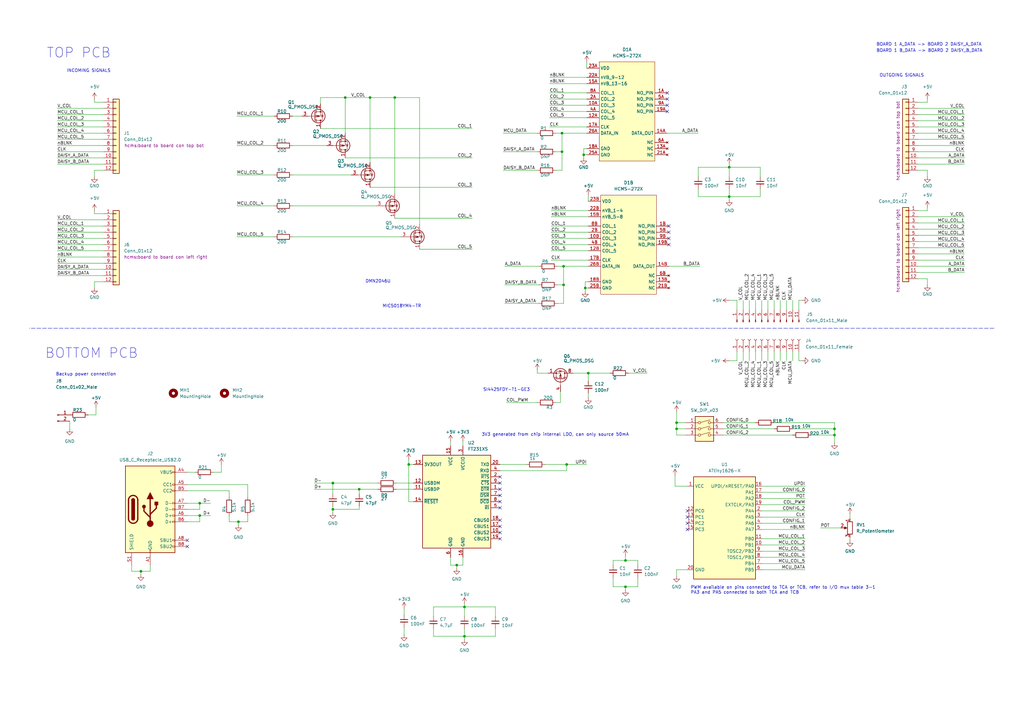
<source format=kicad_sch>
(kicad_sch (version 20211123) (generator eeschema)
  (paper "A3")
  (junction (at 231.14 116.84))
  (junction (at 241.3 153.035))
  (junction (at 231.14 109.22))
  (junction (at 147.32 200.66))
  (junction (at 57.785 234.315))
  (junction (at 256.54 229.87))
  (junction (at 277.495 173.355))
  (junction (at 232.41 190.5))
  (junction (at 240.03 118.11))
  (junction (at 190.5 260.985))
  (junction (at 256.54 240.665))
  (junction (at 299.085 80.645))
  (junction (at 342.265 178.435))
  (junction (at 187.325 231.775))
  (junction (at 141.605 40.005))
  (junction (at 230.505 62.23))
  (junction (at 136.525 208.915))
  (junction (at 342.265 175.895))
  (junction (at 167.64 190.5))
  (junction (at 81.915 211.455))
  (junction (at 277.495 175.895))
  (junction (at 230.505 54.61))
  (junction (at 299.085 68.58))
  (junction (at 161.925 40.005))
  (junction (at 97.79 213.995))
  (junction (at 151.765 40.005))
  (junction (at 239.395 63.5))
  (junction (at 190.5 248.92))
  (junction (at 136.525 198.12))
  (junction (at 81.915 206.375))
  (no_connect (at 205.105 198.12))
  (no_connect (at 281.94 217.17))
  (no_connect (at 281.94 214.63))
  (no_connect (at 205.105 213.36))
  (no_connect (at 205.105 195.58))
  (no_connect (at 205.105 203.2))
  (no_connect (at 205.105 208.28))
  (no_connect (at 274.32 100.33))
  (no_connect (at 274.32 95.25))
  (no_connect (at 274.32 92.71))
  (no_connect (at 274.32 97.79))
  (no_connect (at 273.685 45.72))
  (no_connect (at 273.685 38.1))
  (no_connect (at 273.685 43.18))
  (no_connect (at 205.105 220.98))
  (no_connect (at 205.105 200.66))
  (no_connect (at 273.685 40.64))
  (no_connect (at 281.94 209.55))
  (no_connect (at 76.835 224.155))
  (no_connect (at 76.835 221.615))
  (no_connect (at 205.105 205.74))
  (no_connect (at 205.105 215.9))
  (no_connect (at 281.94 212.09))
  (no_connect (at 205.105 218.44))
  (bus_entry (at -35.56 -45.72) (size 2.54 2.54))
  (bus_entry (at -35.56 -46.99) (size 2.54 2.54))
  (bus_entry (at -36.83 -46.355) (size 2.54 2.54))
  (bus_entry (at -38.1 -55.245) (size 2.54 2.54))
  (bus_entry (at -35.56 -48.26) (size 2.54 2.54))
  (wire (pts (xy 57.785 234.315) (xy 61.595 234.315)))
  (wire (pts (xy 261.62 236.855) (xy 261.62 240.665)))
  (wire (pts (xy 76.835 206.375) (xy 81.915 206.375)))
  (wire (pts (xy 274.32 109.22) (xy 287.02 109.22)))
  (wire (pts (xy 251.46 240.665) (xy 256.54 240.665)))
  (wire (pts (xy 225.425 45.72) (xy 240.665 45.72)))
  (wire (pts (xy 172.085 102.235) (xy 193.675 102.235)))
  (wire (pts (xy 120.015 84.455) (xy 154.305 84.455)))
  (wire (pts (xy 312.42 233.68) (xy 330.2 233.68)))
  (wire (pts (xy 169.545 205.74) (xy 167.64 205.74)))
  (wire (pts (xy 281.305 173.355) (xy 277.495 173.355)))
  (wire (pts (xy 120.015 71.755) (xy 144.145 71.755)))
  (wire (pts (xy 136.525 208.915) (xy 136.525 210.185)))
  (wire (pts (xy 225.425 52.07) (xy 240.665 52.07)))
  (wire (pts (xy 228.6 109.22) (xy 231.14 109.22)))
  (wire (pts (xy 327.66 147.955) (xy 328.93 147.955)))
  (wire (pts (xy 177.8 260.985) (xy 190.5 260.985)))
  (wire (pts (xy 190.5 248.92) (xy 190.5 252.73)))
  (wire (pts (xy 38.735 115.57) (xy 42.545 115.57)))
  (wire (pts (xy 328.93 123.19) (xy 327.66 123.19)))
  (wire (pts (xy 76.835 193.675) (xy 80.01 193.675)))
  (wire (pts (xy 225.425 38.1) (xy 240.665 38.1)))
  (wire (pts (xy 151.765 66.675) (xy 151.765 40.005)))
  (wire (pts (xy 312.42 214.63) (xy 330.2 214.63)))
  (wire (pts (xy 312.42 231.14) (xy 330.2 231.14)))
  (wire (pts (xy 93.98 211.455) (xy 93.98 213.995)))
  (wire (pts (xy 151.765 40.005) (xy 161.925 40.005)))
  (wire (pts (xy 327.66 123.19) (xy 327.66 127)))
  (wire (pts (xy 241.3 153.035) (xy 250.19 153.035)))
  (wire (pts (xy 299.085 80.645) (xy 311.785 80.645)))
  (wire (pts (xy 141.605 40.005) (xy 141.605 54.61)))
  (wire (pts (xy 226.06 86.36) (xy 241.3 86.36)))
  (wire (pts (xy 28.575 172.72) (xy 28.575 175.895)))
  (wire (pts (xy 380.365 114.3) (xy 376.555 114.3)))
  (wire (pts (xy 53.975 234.315) (xy 57.785 234.315)))
  (wire (pts (xy 184.785 228.6) (xy 184.785 231.775)))
  (wire (pts (xy 189.865 180.975) (xy 189.865 182.88)))
  (wire (pts (xy 161.925 89.535) (xy 193.675 89.535)))
  (wire (pts (xy 227.965 69.85) (xy 230.505 69.85)))
  (wire (pts (xy 296.545 178.435) (xy 325.12 178.435)))
  (wire (pts (xy 320.04 127) (xy 320.04 123.19)))
  (wire (pts (xy 165.735 249.555) (xy 165.735 252.095)))
  (wire (pts (xy 228.6 116.84) (xy 231.14 116.84)))
  (wire (pts (xy 131.445 40.005) (xy 131.445 42.545)))
  (wire (pts (xy 230.505 54.61) (xy 240.665 54.61)))
  (wire (pts (xy 190.5 260.985) (xy 190.5 262.255)))
  (wire (pts (xy 307.34 144.145) (xy 307.34 147.955)))
  (wire (pts (xy 395.605 91.44) (xy 376.555 91.44)))
  (wire (pts (xy 226.06 88.9) (xy 241.3 88.9)))
  (wire (pts (xy 302.26 147.955) (xy 299.085 147.955)))
  (wire (pts (xy 281.305 175.895) (xy 277.495 175.895)))
  (wire (pts (xy 177.8 257.81) (xy 177.8 260.985)))
  (wire (pts (xy 296.545 175.895) (xy 317.5 175.895)))
  (wire (pts (xy 23.495 59.69) (xy 42.545 59.69)))
  (wire (pts (xy 311.785 72.39) (xy 311.785 68.58)))
  (wire (pts (xy 128.905 200.66) (xy 147.32 200.66)))
  (wire (pts (xy 327.66 144.145) (xy 327.66 147.955)))
  (wire (pts (xy 120.015 47.625) (xy 123.825 47.625)))
  (wire (pts (xy 395.605 59.69) (xy 376.555 59.69)))
  (wire (pts (xy 97.79 213.995) (xy 101.6 213.995)))
  (wire (pts (xy 23.495 95.25) (xy 42.545 95.25)))
  (wire (pts (xy 277.495 173.355) (xy 277.495 168.91)))
  (wire (pts (xy 184.785 180.975) (xy 184.785 182.88)))
  (wire (pts (xy 241.3 153.035) (xy 234.95 153.035)))
  (wire (pts (xy 395.605 52.07) (xy 376.555 52.07)))
  (wire (pts (xy 207.01 116.84) (xy 220.98 116.84)))
  (wire (pts (xy 281.305 178.435) (xy 277.495 178.435)))
  (wire (pts (xy 395.605 99.06) (xy 376.555 99.06)))
  (wire (pts (xy 81.915 206.375) (xy 86.36 206.375)))
  (wire (pts (xy 220.345 153.035) (xy 224.79 153.035)))
  (wire (pts (xy 76.835 211.455) (xy 81.915 211.455)))
  (wire (pts (xy 342.265 175.895) (xy 342.265 178.435)))
  (wire (pts (xy 276.86 199.39) (xy 281.94 199.39)))
  (wire (pts (xy 240.03 118.11) (xy 240.03 119.38)))
  (wire (pts (xy 251.46 231.775) (xy 251.46 229.87)))
  (wire (pts (xy 23.495 64.77) (xy 42.545 64.77)))
  (wire (pts (xy 141.605 40.005) (xy 151.765 40.005)))
  (wire (pts (xy 395.605 106.68) (xy 376.555 106.68)))
  (wire (pts (xy 395.605 67.31) (xy 376.555 67.31)))
  (wire (pts (xy 230.505 62.23) (xy 230.505 54.61)))
  (wire (pts (xy 299.085 68.58) (xy 286.385 68.58)))
  (wire (pts (xy 147.32 207.645) (xy 147.32 208.915)))
  (wire (pts (xy 38.735 118.11) (xy 38.735 115.57)))
  (wire (pts (xy 147.32 200.66) (xy 154.94 200.66)))
  (wire (pts (xy 332.74 178.435) (xy 342.265 178.435)))
  (wire (pts (xy 342.265 178.435) (xy 342.265 181.61)))
  (wire (pts (xy 23.495 105.41) (xy 42.545 105.41)))
  (wire (pts (xy 220.345 151.765) (xy 220.345 153.035)))
  (wire (pts (xy 261.62 231.775) (xy 261.62 229.87)))
  (wire (pts (xy 261.62 229.87) (xy 256.54 229.87)))
  (wire (pts (xy 227.965 165.1) (xy 229.87 165.1)))
  (wire (pts (xy 97.155 71.755) (xy 112.395 71.755)))
  (wire (pts (xy 395.605 64.77) (xy 376.555 64.77)))
  (wire (pts (xy 314.96 144.145) (xy 314.96 147.955)))
  (wire (pts (xy 81.915 211.455) (xy 86.36 211.455)))
  (wire (pts (xy 81.915 211.455) (xy 81.915 213.995)))
  (wire (pts (xy 23.495 44.45) (xy 42.545 44.45)))
  (wire (pts (xy 207.01 109.22) (xy 220.98 109.22)))
  (wire (pts (xy 151.765 76.835) (xy 193.675 76.835)))
  (wire (pts (xy 395.605 96.52) (xy 376.555 96.52)))
  (wire (pts (xy 299.085 77.47) (xy 299.085 80.645)))
  (wire (pts (xy 225.425 34.29) (xy 240.665 34.29)))
  (wire (pts (xy 120.015 97.155) (xy 164.465 97.155)))
  (wire (pts (xy 312.42 207.01) (xy 330.2 207.01)))
  (wire (pts (xy 42.545 87.63) (xy 38.735 87.63)))
  (wire (pts (xy 395.605 44.45) (xy 376.555 44.45)))
  (wire (pts (xy 53.975 231.775) (xy 53.975 234.315)))
  (wire (pts (xy 23.495 113.03) (xy 42.545 113.03)))
  (wire (pts (xy 101.6 198.755) (xy 76.835 198.755)))
  (wire (pts (xy 325.12 175.895) (xy 342.265 175.895)))
  (wire (pts (xy 395.605 62.23) (xy 376.555 62.23)))
  (wire (pts (xy 395.605 101.6) (xy 376.555 101.6)))
  (wire (pts (xy 241.3 161.29) (xy 241.3 163.195)))
  (wire (pts (xy 93.98 201.295) (xy 93.98 203.835)))
  (wire (pts (xy 97.155 47.625) (xy 112.395 47.625)))
  (wire (pts (xy 309.88 144.145) (xy 309.88 147.955)))
  (wire (pts (xy 162.56 198.12) (xy 169.545 198.12)))
  (wire (pts (xy 190.5 257.81) (xy 190.5 260.985)))
  (wire (pts (xy 286.385 77.47) (xy 286.385 80.645)))
  (wire (pts (xy 228.6 124.46) (xy 231.14 124.46)))
  (wire (pts (xy 325.12 127) (xy 325.12 123.19)))
  (wire (pts (xy 231.14 109.22) (xy 241.3 109.22)))
  (wire (pts (xy 206.375 69.85) (xy 220.345 69.85)))
  (wire (pts (xy 314.96 127) (xy 314.96 123.19)))
  (wire (pts (xy 312.42 228.6) (xy 330.2 228.6)))
  (wire (pts (xy 38.735 41.91) (xy 38.735 40.64)))
  (wire (pts (xy 97.155 59.69) (xy 112.395 59.69)))
  (wire (pts (xy 231.14 116.84) (xy 231.14 109.22)))
  (wire (pts (xy 23.495 100.33) (xy 42.545 100.33)))
  (wire (pts (xy 23.495 46.99) (xy 42.545 46.99)))
  (wire (pts (xy 206.375 54.61) (xy 220.345 54.61)))
  (wire (pts (xy 256.54 227.965) (xy 256.54 229.87)))
  (wire (pts (xy 325.12 144.145) (xy 325.12 147.955)))
  (wire (pts (xy 257.81 153.035) (xy 265.43 153.035)))
  (wire (pts (xy 97.155 97.155) (xy 112.395 97.155)))
  (wire (pts (xy 190.5 247.65) (xy 190.5 248.92)))
  (wire (pts (xy 317.5 144.145) (xy 317.5 147.955)))
  (wire (pts (xy 304.8 123.19) (xy 304.8 127)))
  (wire (pts (xy 161.925 40.005) (xy 172.085 40.005)))
  (wire (pts (xy 225.425 40.64) (xy 240.665 40.64)))
  (wire (pts (xy 205.105 190.5) (xy 215.9 190.5)))
  (wire (pts (xy 93.98 213.995) (xy 97.79 213.995)))
  (wire (pts (xy 169.545 190.5) (xy 167.64 190.5)))
  (wire (pts (xy 312.42 226.06) (xy 330.2 226.06)))
  (wire (pts (xy 223.52 190.5) (xy 232.41 190.5)))
  (wire (pts (xy 226.06 106.68) (xy 241.3 106.68)))
  (wire (pts (xy 172.085 92.075) (xy 172.085 40.005)))
  (wire (pts (xy 101.6 213.995) (xy 101.6 211.455)))
  (wire (pts (xy 240.665 27.94) (xy 240.665 25.4)))
  (wire (pts (xy 23.495 54.61) (xy 42.545 54.61)))
  (wire (pts (xy 38.735 87.63) (xy 38.735 86.36)))
  (wire (pts (xy 312.42 201.93) (xy 330.2 201.93)))
  (wire (pts (xy 167.64 188.595) (xy 167.64 190.5)))
  (wire (pts (xy 162.56 200.66) (xy 169.545 200.66)))
  (wire (pts (xy 97.79 213.995) (xy 97.79 215.265)))
  (wire (pts (xy 190.5 248.92) (xy 203.2 248.92)))
  (wire (pts (xy 395.605 111.76) (xy 376.555 111.76)))
  (wire (pts (xy 227.965 54.61) (xy 230.505 54.61)))
  (wire (pts (xy 311.785 80.645) (xy 311.785 77.47)))
  (wire (pts (xy 23.495 62.23) (xy 42.545 62.23)))
  (wire (pts (xy 136.525 198.12) (xy 154.94 198.12)))
  (wire (pts (xy 299.085 80.645) (xy 299.085 81.915)))
  (wire (pts (xy 241.3 153.035) (xy 241.3 156.21)))
  (wire (pts (xy 76.835 201.295) (xy 93.98 201.295)))
  (wire (pts (xy 136.525 198.12) (xy 136.525 202.565)))
  (wire (pts (xy 226.06 92.71) (xy 241.3 92.71)))
  (wire (pts (xy 348.615 220.345) (xy 348.615 221.615)))
  (wire (pts (xy 302.26 127) (xy 302.26 123.19)))
  (wire (pts (xy 395.605 88.9) (xy 376.555 88.9)))
  (wire (pts (xy 131.445 52.705) (xy 193.675 52.705)))
  (wire (pts (xy 23.495 57.15) (xy 42.545 57.15)))
  (wire (pts (xy 225.425 31.75) (xy 240.665 31.75)))
  (wire (pts (xy 205.105 193.04) (xy 232.41 193.04)))
  (wire (pts (xy 38.735 69.85) (xy 42.545 69.85)))
  (wire (pts (xy 23.495 92.71) (xy 42.545 92.71)))
  (wire (pts (xy 226.06 97.79) (xy 241.3 97.79)))
  (wire (pts (xy 395.605 46.99) (xy 376.555 46.99)))
  (wire (pts (xy 226.06 95.25) (xy 241.3 95.25)))
  (wire (pts (xy 241.3 82.55) (xy 241.3 80.01)))
  (wire (pts (xy 147.32 200.66) (xy 147.32 202.565)))
  (wire (pts (xy 256.54 241.935) (xy 256.54 240.665)))
  (wire (pts (xy 322.58 144.145) (xy 322.58 147.955)))
  (wire (pts (xy 240.665 60.96) (xy 239.395 60.96)))
  (wire (pts (xy 23.495 97.79) (xy 42.545 97.79)))
  (wire (pts (xy 203.2 260.985) (xy 203.2 257.81)))
  (wire (pts (xy 189.865 228.6) (xy 189.865 231.775)))
  (wire (pts (xy 312.42 217.17) (xy 330.2 217.17)))
  (wire (pts (xy 395.605 57.15) (xy 376.555 57.15)))
  (wire (pts (xy 302.26 147.955) (xy 302.26 144.145)))
  (wire (pts (xy 241.3 115.57) (xy 240.03 115.57)))
  (wire (pts (xy 312.42 199.39) (xy 330.2 199.39)))
  (wire (pts (xy 322.58 127) (xy 322.58 123.19)))
  (wire (pts (xy 240.665 63.5) (xy 239.395 63.5)))
  (wire (pts (xy 131.445 40.005) (xy 141.605 40.005)))
  (wire (pts (xy 206.375 62.23) (xy 220.345 62.23)))
  (wire (pts (xy 76.835 213.995) (xy 81.915 213.995)))
  (wire (pts (xy 299.085 67.31) (xy 299.085 68.58)))
  (wire (pts (xy 81.915 206.375) (xy 81.915 208.915)))
  (polyline (pts (xy 407.67 134.62) (xy 12.065 134.62)))
  (wire (pts (xy 239.395 63.5) (xy 239.395 64.77)))
  (wire (pts (xy 87.63 193.675) (xy 90.805 193.675)))
  (wire (pts (xy 187.325 231.775) (xy 189.865 231.775)))
  (wire (pts (xy 141.605 64.77) (xy 193.675 64.77)))
  (wire (pts (xy 312.42 220.98) (xy 330.2 220.98)))
  (wire (pts (xy 240.03 115.57) (xy 240.03 118.11)))
  (wire (pts (xy 276.86 194.945) (xy 276.86 199.39)))
  (wire (pts (xy 312.42 209.55) (xy 330.2 209.55)))
  (wire (pts (xy 380.365 86.36) (xy 380.365 85.09)))
  (wire (pts (xy 307.34 127) (xy 307.34 123.19)))
  (wire (pts (xy 161.925 79.375) (xy 161.925 40.005)))
  (wire (pts (xy 312.42 223.52) (xy 330.2 223.52)))
  (wire (pts (xy 296.545 173.355) (xy 309.88 173.355)))
  (wire (pts (xy 36.195 170.18) (xy 39.37 170.18)))
  (wire (pts (xy 261.62 240.665) (xy 256.54 240.665)))
  (wire (pts (xy 395.605 109.22) (xy 376.555 109.22)))
  (wire (pts (xy 165.735 257.175) (xy 165.735 260.35)))
  (wire (pts (xy 136.525 207.645) (xy 136.525 208.915)))
  (wire (pts (xy 380.365 116.84) (xy 380.365 114.3)))
  (wire (pts (xy 312.42 127) (xy 312.42 123.19)))
  (wire (pts (xy 376.555 41.91) (xy 380.365 41.91)))
  (wire (pts (xy 23.495 102.87) (xy 42.545 102.87)))
  (wire (pts (xy 232.41 190.5) (xy 240.665 190.5)))
  (wire (pts (xy 380.365 41.91) (xy 380.365 40.64)))
  (wire (pts (xy 380.365 72.39) (xy 380.365 69.85)))
  (wire (pts (xy 61.595 234.315) (xy 61.595 231.775)))
  (wire (pts (xy 57.785 234.315) (xy 57.785 235.585)))
  (wire (pts (xy 239.395 60.96) (xy 239.395 63.5)))
  (wire (pts (xy 23.495 110.49) (xy 42.545 110.49)))
  (wire (pts (xy 226.06 100.33) (xy 241.3 100.33)))
  (wire (pts (xy 251.46 229.87) (xy 256.54 229.87)))
  (wire (pts (xy 231.14 124.46) (xy 231.14 116.84)))
  (wire (pts (xy 120.015 59.69) (xy 133.985 59.69)))
  (wire (pts (xy 190.5 248.92) (xy 177.8 248.92)))
  (wire (pts (xy 23.495 67.31) (xy 42.545 67.31)))
  (wire (pts (xy 317.5 173.355) (xy 342.265 173.355)))
  (wire (pts (xy 286.385 68.58) (xy 286.385 72.39)))
  (wire (pts (xy 277.495 236.22) (xy 277.495 233.68)))
  (wire (pts (xy 23.495 52.07) (xy 42.545 52.07)))
  (wire (pts (xy 101.6 198.755) (xy 101.6 203.835)))
  (wire (pts (xy 184.785 231.775) (xy 187.325 231.775)))
  (wire (pts (xy 312.42 212.09) (xy 330.2 212.09)))
  (wire (pts (xy 190.5 260.985) (xy 203.2 260.985)))
  (wire (pts (xy 376.555 86.36) (xy 380.365 86.36)))
  (wire (pts (xy 309.88 127) (xy 309.88 123.19)))
  (wire (pts (xy 395.605 104.14) (xy 376.555 104.14)))
  (wire (pts (xy 232.41 190.5) (xy 232.41 193.04)))
  (wire (pts (xy 167.64 190.5) (xy 167.64 205.74)))
  (wire (pts (xy 177.8 248.92) (xy 177.8 252.73)))
  (wire (pts (xy 277.495 175.895) (xy 277.495 173.355)))
  (wire (pts (xy 226.06 102.87) (xy 241.3 102.87)))
  (wire (pts (xy 227.965 62.23) (xy 230.505 62.23)))
  (wire (pts (xy 42.545 41.91) (xy 38.735 41.91)))
  (wire (pts (xy 299.085 68.58) (xy 299.085 72.39)))
  (wire (pts (xy 225.425 43.18) (xy 240.665 43.18)))
  (wire (pts (xy 312.42 204.47) (xy 330.2 204.47)))
  (wire (pts (xy 81.915 208.915) (xy 76.835 208.915)))
  (wire (pts (xy 302.26 123.19) (xy 299.085 123.19)))
  (wire (pts (xy 395.605 49.53) (xy 376.555 49.53)))
  (wire (pts (xy 128.905 198.12) (xy 136.525 198.12)))
  (wire (pts (xy 342.265 173.355) (xy 342.265 175.895)))
  (wire (pts (xy 312.42 144.145) (xy 312.42 147.955)))
  (wire (pts (xy 395.605 93.98) (xy 376.555 93.98)))
  (wire (pts (xy 299.085 68.58) (xy 311.785 68.58)))
  (wire (pts (xy 336.55 216.535) (xy 344.805 216.535)))
  (wire (pts (xy 23.495 107.95) (xy 42.545 107.95)))
  (wire (pts (xy 304.8 144.145) (xy 304.8 147.955)))
  (wire (pts (xy 320.04 144.145) (xy 320.04 147.955)))
  (wire (pts (xy 277.495 178.435) (xy 277.495 175.895)))
  (wire (pts (xy 229.87 160.655) (xy 229.87 165.1)))
  (wire (pts (xy 97.155 84.455) (xy 112.395 84.455)))
  (wire (pts (xy 23.495 90.17) (xy 42.545 90.17)))
  (wire (pts (xy 273.685 54.61) (xy 286.385 54.61)))
  (wire (pts (xy 395.605 54.61) (xy 376.555 54.61)))
  (wire (pts (xy 23.495 49.53) (xy 42.545 49.53)))
  (wire (pts (xy 348.615 210.82) (xy 348.615 212.725)))
  (wire (pts (xy 187.325 231.775) (xy 187.325 233.045)))
  (wire (pts (xy 230.505 62.23) (xy 230.505 69.85)))
  (wire (pts (xy 286.385 80.645) (xy 299.085 80.645)))
  (wire (pts (xy 251.46 236.855) (xy 251.46 240.665)))
  (wire (pts (xy 380.365 69.85) (xy 376.555 69.85)))
  (wire (pts (xy 136.525 208.915) (xy 147.32 208.915)))
  (wire (pts (xy 317.5 127) (xy 317.5 123.19)))
  (wire (pts (xy 39.37 167.005) (xy 39.37 170.18)))
  (wire (pts (xy 207.01 124.46) (xy 220.98 124.46)))
  (wire (pts (xy 38.735 72.39) (xy 38.735 69.85)))
  (wire (pts (xy 203.2 252.73) (xy 203.2 248.92)))
  (wire (pts (xy 277.495 233.68) (xy 281.94 233.68)))
  (wire (pts (xy 207.645 165.1) (xy 220.345 165.1)))
  (wire (pts (xy 241.3 118.11) (xy 240.03 118.11)))
  (wire (pts (xy 90.805 190.5) (xy 90.805 193.675)))
  (wire (pts (xy 225.425 48.26) (xy 240.665 48.26)))
  (text "BOTTOM PCB" (at 18.415 147.32 0) (effects (font (size 4 4)) (justify left bottom)))
  (text "BOARD 1 A_DATA -> BOARD 2 DAISY_A_DATA" (at 359.41 19.05 0) (effects (font (size 1.27 1.27)) (justify left bottom)))
  (text "3V3 generated from chip internal LDO, can only source 50mA" (at 197.485 179.07 0) (effects (font (size 1.27 1.27)) (justify left bottom)))
  (text "BOARD 1 B_DATA -> BOARD 2 DAISY_B_DATA" (at 359.41 21.59 0) (effects (font (size 1.27 1.27)) (justify left bottom)))
  (text "PWM available on pins connected to TCA or TCB, refer to I/O mux table 3-1\nPA3 and PA5 connected to both TCA and TCB" (at 283.21 243.84 0) (effects (font (size 1.27 1.27)) (justify left bottom)))
  (text "INCOMING SIGNALS" (at 27.305 29.845 0) (effects (font (size 1.27 1.27)) (justify left bottom)))
  (text "SI4425FDY-T1-GE3\n" (at 198.12 160.655 0) (effects (font (size 1.27 1.27)) (justify left bottom)))
  (text "Backup power connection" (at 22.86 154.305 0) (effects (font (size 1.27 1.27)) (justify left bottom)))
  (text "MIC5018YM4-TR" (at 156.845 126.365 0) (effects (font (size 1.27 1.27)) (justify left bottom)))
  (text "OUTGOING SIGNALS" (at 360.68 31.75 0) (effects (font (size 1.27 1.27)) (justify left bottom)))
  (text "DMN2046U" (at 149.86 116.205 0) (effects (font (size 1.27 1.27)) (justify left bottom)))
  (text "TOP PCB" (at 19.05 24.13 0) (effects (font (size 4 4)) (justify left bottom)))
  (label "CONFIG_1" (at 330.2 214.63 180))
  (label "V_COL" (at 304.8 123.19 90))
  (label "nBLNK" (at 395.605 104.14 180))
  (label "COL_2" (at 193.675 64.77 180))
  (label "DAISY_A_DATA" (at 206.375 62.23 0))
  (label "MCU_DATA" (at 330.2 233.68 180))
  (label "CONFIG_0" (at 330.2 201.93 180))
  (label "A_DATA" (at 207.01 109.22 0))
  (label "MCU_DATA" (at 206.375 54.61 0))
  (label "DAISY_A_DATA" (at 207.01 124.46 0))
  (label "MCU_COL_3" (at 314.96 123.19 90))
  (label "CLK" (at 226.06 106.68 0))
  (label "A_DATA" (at 286.385 54.61 180))
  (label "V_COL" (at 304.8 147.955 270))
  (label "CONFIG_2" (at 297.815 178.435 0))
  (label "CLK" (at 395.605 106.68 180))
  (label "V_COL" (at 149.86 40.005 180))
  (label "DAISY_B_DATA" (at 23.495 67.31 0))
  (label "MCU_COL_4" (at 309.88 123.19 90))
  (label "UPDI" (at 240.665 190.5 180))
  (label "V_COL" (at 23.495 44.45 0))
  (label "COL_PWM" (at 207.645 165.1 0))
  (label "MCU_COL_5" (at 395.605 57.15 180))
  (label "COL_3" (at 225.425 43.18 0))
  (label "MCU_COL_2" (at 23.495 95.25 0))
  (label "A_DATA" (at 395.605 109.22 180))
  (label "MCU_COL_3" (at 395.605 52.07 180))
  (label "MCU_COL_2" (at 23.495 49.53 0))
  (label "MCU_COL_3" (at 330.2 226.06 180))
  (label "MCU_COL_3" (at 395.605 96.52 180))
  (label "CLK" (at 225.425 52.07 0))
  (label "MCU_COL_4" (at 395.605 54.61 180))
  (label "MCU_COL_5" (at 23.495 102.87 0))
  (label "CLK" (at 322.58 123.19 90))
  (label "A_DATA" (at 395.605 64.77 180))
  (label "COL_3" (at 193.675 76.835 180))
  (label "MCU_COL_5" (at 23.495 57.15 0))
  (label "COL_5" (at 225.425 48.26 0))
  (label "nBLNK" (at 23.495 59.69 0))
  (label "MCU_COL_4" (at 23.495 100.33 0))
  (label "MCU_COL_1" (at 395.605 46.99 180))
  (label "MCU_COL_5" (at 97.155 97.155 0))
  (label "POT" (at 330.2 204.47 180))
  (label "D+" (at 128.905 200.66 0))
  (label "MCU_COL_4" (at 97.155 84.455 0))
  (label "MCU_COL_2" (at 395.605 49.53 180))
  (label "MCU_COL_2" (at 395.605 93.98 180))
  (label "D-" (at 128.905 198.12 0))
  (label "CONFIG_2" (at 330.2 209.55 180))
  (label "DAISY_A_DATA" (at 23.495 64.77 0))
  (label "UPDI" (at 330.2 199.39 180))
  (label "MCU_COL_2" (at 330.2 223.52 180))
  (label "COL_4" (at 225.425 45.72 0))
  (label "MCU_COL_3" (at 97.155 71.755 0))
  (label "MCU_COL_3" (at 23.495 52.07 0))
  (label "CONFIG_1" (at 297.815 175.895 0))
  (label "B_DATA" (at 287.02 109.22 180))
  (label "COL_3" (at 226.06 97.79 0))
  (label "MCU_COL_1" (at 23.495 46.99 0))
  (label "nBLNK" (at 225.425 34.29 0))
  (label "POT" (at 336.55 216.535 0))
  (label "DAISY_B_DATA" (at 23.495 113.03 0))
  (label "CLK" (at 23.495 107.95 0))
  (label "MCU_COL_5" (at 317.5 123.19 90))
  (label "nBLNK" (at 225.425 31.75 0))
  (label "CONFIG_0" (at 297.815 173.355 0))
  (label "CLK" (at 395.605 62.23 180))
  (label "MCU_COL_5" (at 395.605 101.6 180))
  (label "COL_1" (at 226.06 92.71 0))
  (label "B_DATA" (at 395.605 111.76 180))
  (label "MCU_COL_1" (at 312.42 147.955 270))
  (label "COL_2" (at 226.06 95.25 0))
  (label "nBLNK" (at 320.04 123.19 90))
  (label "MCU_COL_3" (at 314.96 147.955 270))
  (label "V_COL" (at 395.605 88.9 180))
  (label "COL_PWM" (at 330.2 207.01 180))
  (label "nBLNK" (at 320.04 147.955 270))
  (label "MCU_COL_1" (at 23.495 92.71 0))
  (label "DAISY_B_DATA" (at 206.375 69.85 0))
  (label "MCU_COL_5" (at 330.2 231.14 180))
  (label "MCU_COL_3" (at 23.495 97.79 0))
  (label "V_COL" (at 265.43 153.035 180))
  (label "DAISY_B_DATA" (at 207.01 116.84 0))
  (label "MCU_COL_1" (at 312.42 123.19 90))
  (label "COL_5" (at 193.675 102.235 180))
  (label "MCU_COL_2" (at 97.155 59.69 0))
  (label "MCU_COL_2" (at 307.34 147.955 270))
  (label "COL_2" (at 225.425 40.64 0))
  (label "MCU_COL_4" (at 309.88 147.955 270))
  (label "COL_1" (at 225.425 38.1 0))
  (label "B_DATA" (at 395.605 67.31 180))
  (label "MCU_COL_2" (at 307.34 123.19 90))
  (label "CLK" (at 322.58 147.955 270))
  (label "D+" (at 86.36 211.455 180))
  (label "nBLNK" (at 330.2 217.17 180))
  (label "MCU_COL_4" (at 23.495 54.61 0))
  (label "MCU_COL_4" (at 330.2 228.6 180))
  (label "CLK" (at 330.2 212.09 180))
  (label "MCU_COL_1" (at 395.605 91.44 180))
  (label "MCU_COL_1" (at 97.155 47.625 0))
  (label "MCU_DATA" (at 325.12 147.955 270))
  (label "V_COL" (at 23.495 90.17 0))
  (label "CLK" (at 23.495 62.23 0))
  (label "COL_4" (at 193.675 89.535 180))
  (label "V_COL" (at 395.605 44.45 180))
  (label "MCU_DATA" (at 325.12 123.19 90))
  (label "nBLNK" (at 23.495 105.41 0))
  (label "COL_1" (at 193.675 52.705 180))
  (label "COL_4" (at 226.06 100.33 0))
  (label "D-" (at 86.36 206.375 180))
  (label "nBLNK" (at 395.605 59.69 180))
  (label "MCU_COL_1" (at 330.2 220.98 180))
  (label "nBLNK" (at 226.06 86.36 0))
  (label "MCU_COL_5" (at 317.5 147.955 270))
  (label "nBLNK" (at 226.06 88.9 0))
  (label "DAISY_A_DATA" (at 23.495 110.49 0))
  (label "COL_5" (at 226.06 102.87 0))
  (label "MCU_COL_4" (at 395.605 99.06 180))
  (symbol (lib_id "Device:R") (at 224.155 54.61 270) (unit 1)
    (property "Reference" "R1" (at 221.615 53.34 90) (effects (justify left bottom)))
    (property "Value" "0" (at 221.615 55.88 90) (effects (justify left top)))
    (property "Footprint" "Resistor_SMD:R_0603_1608Metric" (effects hide))
  )
  (symbol (lib_id "Device:R") (at 116.205 47.625 270) (unit 1)
    (property "Reference" "R10" (at 113.665 46.355 90) (effects (justify left bottom)))
    (property "Value" "200" (at 113.665 48.895 90) (effects (justify left top)))
    (property "Footprint" "Resistor_SMD:R_0603_1608Metric" (effects hide))
  )
  (symbol (lib_id "Device:R") (at 32.385 170.18 270) (unit 1)
    (property "Reference" "R23" (at 29.845 168.91 90) (effects (justify left bottom)))
    (property "Value" "0" (at 29.845 171.45 90) (effects (justify left top)))
    (property "Footprint" "Resistor_SMD:R_0603_1608Metric" (effects hide))
  )
  (symbol (lib_id "Device:R") (at 313.69 173.355 270) (unit 1)
    (property "Reference" "R18" (at 316.865 173.355 90) (effects (justify left bottom)))
    (property "Value" "10k" (at 321.945 171.45 90) (effects (justify left top)))
    (property "Footprint" "Resistor_SMD:R_0603_1608Metric" (effects hide))
  )
  (symbol (lib_id "power:+5V") (at 277.495 168.91 0) (unit 1)
    (property "Reference" "#PWR01" (effects hide))
    (property "Value" "+5V" (at 277.495 165.1 0))
  )
  (symbol (lib_id "power:+5V") (at 380.365 40.64 0) (mirror y) (unit 1)
    (property "Reference" "#PWR015" (effects hide))
    (property "Value" "+5V" (at 380.365 35.56 0))
  )
  (symbol (lib_id "power:+3.3V") (at 189.865 180.975 0) (unit 1)
    (property "Reference" "#PWR0125" (effects hide))
    (property "Value" "+3.3V" (at 189.865 177.165 0))
  )
  (symbol (lib_id "power:+5V") (at 39.37 167.005 0) (unit 1)
    (property "Reference" "#PWR0129" (effects hide))
    (property "Value" "+5V" (at 39.37 163.195 0))
  )
  (symbol (lib_id "power:GND") (at 97.79 215.265 0) (unit 1)
    (property "Reference" "#PWR0103" (effects hide))
    (property "Value" "GND" (at 97.79 220.345 0))
  )
  (symbol (lib_id "power:+5V") (at 299.085 147.955 90) (mirror x) (unit 1)
    (property "Reference" "#PWR0109" (effects hide))
    (property "Value" "+5V" (at 293.37 147.955 90))
  )
  (symbol (lib_id "Device:R_Potentiometer") (at 348.615 216.535 0) (mirror y) (unit 1)
    (property "Reference" "RV1" (at 351.155 215.2649 0) (effects (justify right)))
    (property "Value" "R_Potentiometer" (at 351.155 217.8049 0) (effects (justify right)))
    (property "Footprint" "hcms:TRIM_3352T-1-201LF" (effects hide))
    (property "DPN" " " (at 360.045 220.345 0))
    (property "PN" "3352T-1-503LF" (effects hide))
  )
  (symbol (lib_id "power:GND") (at 239.395 64.77 0) (unit 1)
    (property "Reference" "#PWR0111" (effects hide))
    (property "Value" "GND" (at 239.395 68.58 0))
  )
  (symbol (lib_id "Device:R") (at 101.6 207.645 0) (unit 1)
    (property "Reference" "R5" (at 100.33 210.185 90) (effects (justify left bottom)))
    (property "Value" "5.1k" (at 102.87 210.185 90) (effects (justify left top)))
    (property "Footprint" "Resistor_SMD:R_0603_1608Metric" (effects hide))
  )
  (symbol (lib_id "power:+5V") (at 241.3 80.01 0) (unit 1)
    (property "Reference" "#PWR0115" (effects hide))
    (property "Value" "+5V" (at 241.3 76.2 0))
  )
  (symbol (lib_id "Interface_USB:FT231XS") (at 187.325 205.74 0) (unit 1)
    (property "Reference" "U2" (at 191.8844 181.61 0) (effects (justify left)))
    (property "Value" "FT231XS" (at 191.8844 184.15 0) (effects (justify left)))
    (property "Footprint" "Package_SO:SSOP-20_3.9x8.7mm_P0.635mm" (effects hide))
    (property "Datasheet" "https://www.ftdichip.com/Support/Documents/DataSheets/ICs/DS_FT231X.pdf" (effects hide))
    (property "PN" "FT231XS-U" (effects hide))
  )
  (symbol (lib_id "power:+5V") (at 38.735 40.64 0) (unit 1)
    (property "Reference" "#PWR013" (effects hide))
    (property "Value" "+5V" (at 38.735 35.56 0))
  )
  (symbol (lib_id "power:GND") (at 299.085 81.915 0) (unit 1)
    (property "Reference" "#PWR07" (effects hide))
    (property "Value" "GND" (at 299.085 86.36 0))
  )
  (symbol (lib_id "power:+5V") (at 184.785 180.975 0) (unit 1)
    (property "Reference" "#PWR0126" (effects hide))
    (property "Value" "+5V" (at 184.785 177.165 0))
  )
  (symbol (lib_id "Device:R") (at 224.79 116.84 270) (unit 1)
    (property "Reference" "R7" (at 222.25 115.57 90) (effects (justify left bottom)))
    (property "Value" "DNP" (at 222.25 118.11 90) (effects (justify left top)))
    (property "Footprint" "Resistor_SMD:R_0603_1608Metric" (effects hide))
  )
  (symbol (lib_id "power:GND") (at 187.325 233.045 0) (unit 1)
    (property "Reference" "#PWR0124" (effects hide))
    (property "Value" "GND" (at 187.325 237.49 0))
  )
  (symbol (lib_id "Connector:Conn_01x11_Male") (at 314.96 132.08 90) (unit 1)
    (property "Reference" "J5" (at 332.105 128.905 90))
    (property "Value" "Conn_01x11_Male" (at 339.09 131.445 90))
    (property "Footprint" "Connector_PinHeader_2.54mm:PinHeader_1x11_P2.54mm_Vertical" (effects hide))
  )
  (symbol (lib_id "Device:R") (at 328.93 178.435 270) (unit 1)
    (property "Reference" "R20" (at 332.105 178.435 90) (effects (justify left bottom)))
    (property "Value" "10k" (at 336.55 176.53 90) (effects (justify left top)))
    (property "Footprint" "Resistor_SMD:R_0603_1608Metric" (effects hide))
  )
  (symbol (lib_id "power:GND") (at 241.3 163.195 0) (unit 1)
    (property "Reference" "#PWR012" (effects hide))
    (property "Value" "GND" (at 241.3 167.005 0))
  )
  (symbol (lib_id "Device:C_Small") (at 203.2 255.27 0) (unit 1)
    (property "Reference" "C9" (at 205.74 254.0062 0) (effects (justify left)))
    (property "Value" "10nF" (at 205.74 256.5462 0) (effects (justify left)))
    (property "Footprint" "Capacitor_SMD:C_0603_1608Metric" (effects hide))
  )
  (symbol (lib_id "Device:C_Small") (at 286.385 74.93 0) (unit 1)
    (property "Reference" "C3" (at 288.925 73.6662 0) (effects (justify left)))
    (property "Value" "100nF" (at 288.925 76.2062 0) (effects (justify left)))
    (property "Footprint" "Capacitor_SMD:C_0603_1608Metric" (effects hide))
  )
  (symbol (lib_id "Device:C_Small") (at 311.785 74.93 0) (unit 1)
    (property "Reference" "C11" (at 314.325 73.6662 0) (effects (justify left)))
    (property "Value" "10nF" (at 314.325 76.2062 0) (effects (justify left)))
    (property "Footprint" "Capacitor_SMD:C_0603_1608Metric" (effects hide))
  )
  (symbol (lib_id "Device:R") (at 224.155 62.23 270) (unit 1)
    (property "Reference" "R2" (at 221.615 60.96 90) (effects (justify left bottom)))
    (property "Value" "DNP" (at 221.615 63.5 90) (effects (justify left top)))
    (property "Footprint" "Resistor_SMD:R_0603_1608Metric" (effects hide))
  )
  (symbol (lib_id "Device:R") (at 254 153.035 270) (unit 1)
    (property "Reference" "R22" (at 251.46 151.765 90) (effects (justify left bottom)))
    (property "Value" "0" (at 251.46 154.305 90) (effects (justify left top)))
    (property "Footprint" "Resistor_SMD:R_0603_1608Metric" (effects hide))
  )
  (symbol (lib_id "power:+3.3V") (at 165.735 249.555 0) (unit 1)
    (property "Reference" "#PWR0120" (effects hide))
    (property "Value" "+3.3V" (at 165.735 245.745 0))
  )
  (symbol (lib_id "Device:C_Small") (at 190.5 255.27 0) (unit 1)
    (property "Reference" "C8" (at 193.04 254.0062 0) (effects (justify left)))
    (property "Value" "100nF" (at 193.04 256.5462 0) (effects (justify left)))
    (property "Footprint" "Capacitor_SMD:C_0603_1608Metric" (effects hide))
  )
  (symbol (lib_id "hcms_dot_display:SI4425FDY") (at 229.87 155.575 270) (mirror x) (unit 1)
    (property "Reference" "Q6" (at 231.14 146.05 90) (effects (justify left)))
    (property "Value" "Q_PMOS_DSG" (at 231.14 147.955 90) (effects (justify left)))
    (property "Footprint" "Package_SO:SO-8_5.3x6.2mm_P1.27mm" (effects hide))
    (property "Datasheet" "https://www.vishay.com/docs/77095/si4425fdy.pdf" (effects hide))
    (property "PN" "SI4425FDY-T1-GE3 " (effects hide))
  )
  (symbol (lib_id "power:GND") (at 190.5 262.255 0) (unit 1)
    (property "Reference" "#PWR0121" (effects hide))
    (property "Value" "GND" (at 190.5 266.7 0))
  )
  (symbol (lib_id "power:GND") (at 348.615 221.615 0) (unit 1)
    (property "Reference" "#PWR0104" (effects hide))
    (property "Value" "GND" (at 348.615 226.06 0))
  )
  (symbol (lib_id "Device:R") (at 116.205 84.455 270) (unit 1)
    (property "Reference" "R13" (at 113.665 83.185 90) (effects (justify left bottom)))
    (property "Value" "200" (at 113.665 85.725 90) (effects (justify left top)))
    (property "Footprint" "Resistor_SMD:R_0603_1608Metric" (effects hide))
  )
  (symbol (lib_id "Device:C_Small") (at 165.735 254.635 0) (unit 1)
    (property "Reference" "C6" (at 168.275 253.3712 0) (effects (justify left)))
    (property "Value" "100nF" (at 168.275 255.9112 0) (effects (justify left)))
    (property "Footprint" "Capacitor_SMD:C_0603_1608Metric" (effects hide))
  )
  (symbol (lib_id "Connector:USB_C_Receptacle_USB2.0") (at 61.595 208.915 0) (unit 1)
    (property "Reference" "J2" (at 61.595 186.055 0))
    (property "Value" "USB_C_Receptacle_USB2.0" (at 61.595 188.595 0))
    (property "Footprint" "hcms:213716-0001" (effects hide))
    (property "Datasheet" "https://www.usb.org/sites/default/files/documents/usb_type-c.zip" (effects hide))
    (property "PN" "213716-0001" (effects hide))
  )
  (symbol (lib_id "Device:R") (at 158.75 200.66 270) (unit 1)
    (property "Reference" "R9" (at 156.21 203.835 90) (effects (justify left bottom)))
    (property "Value" "27" (at 156.21 203.835 90) (effects (justify left top)))
    (property "Footprint" "Resistor_SMD:R_0603_1608Metric" (effects hide))
  )
  (symbol (lib_id "Connector:Conn_01x02_Male") (at 23.495 170.18 0) (unit 1)
    (property "Reference" "J8" (at 24.13 156.21 0))
    (property "Value" "Conn_01x02_Male" (at 22.86 158.75 0) (effects (justify left)))
    (property "Footprint" "Connector_PinHeader_2.54mm:PinHeader_1x02_P2.54mm_Vertical" (effects hide))
  )
  (symbol (lib_id "Device:C_Small") (at 241.3 158.75 0) (unit 1)
    (property "Reference" "C12" (at 243.84 157.4862 0) (effects (justify left)))
    (property "Value" "100nF" (at 243.84 160.0262 0) (effects (justify left)))
    (property "Footprint" "Capacitor_SMD:C_0603_1608Metric" (effects hide))
  )
  (symbol (lib_id "power:GND") (at 28.575 175.895 0) (unit 1)
    (property "Reference" "#PWR0130" (effects hide))
    (property "Value" "GND" (at 28.575 180.975 0))
  )
  (symbol (lib_id "power:GND") (at 277.495 236.22 0) (unit 1)
    (property "Reference" "#PWR0128" (effects hide))
    (property "Value" "GND" (at 277.495 240.665 0))
  )
  (symbol (lib_id "power:+5V") (at 380.365 85.09 0) (mirror y) (unit 1)
    (property "Reference" "#PWR0118" (effects hide))
    (property "Value" "+5V" (at 380.365 80.01 0))
  )
  (symbol (lib_id "power:+5V") (at 240.665 25.4 0) (unit 1)
    (property "Reference" "#PWR0112" (effects hide))
    (property "Value" "+5V" (at 240.665 21.59 0))
  )
  (symbol (lib_id "hcms_dot_display:HCMS-272X") (at 245.745 66.04 0) (unit 1)
    (property "Reference" "D1" (at 257.175 20.32 0))
    (property "Value" "HCMS-272X" (at 257.175 22.86 0))
    (property "Footprint" "hcms:HCMS-2722" (effects hide))
    (property "Datasheet" "https://www.datasheets360.com/pdf/9001242893375780333" (effects hide))
    (property "PN" "HCMS-2722" (effects hide))
  )
  (symbol (lib_id "power:GND") (at 165.735 260.35 0) (unit 1)
    (property "Reference" "#PWR0119" (effects hide))
    (property "Value" "GND" (at 165.735 264.795 0))
  )
  (symbol (lib_id "Device:R") (at 93.98 207.645 0) (unit 1)
    (property "Reference" "R4" (at 92.71 210.185 90) (effects (justify left bottom)))
    (property "Value" "5.1k" (at 95.25 210.185 90) (effects (justify left top)))
    (property "Footprint" "Resistor_SMD:R_0603_1608Metric" (effects hide))
  )
  (symbol (lib_id "Device:R") (at 219.71 190.5 270) (unit 1)
    (property "Reference" "R15" (at 217.17 187.325 90) (effects (justify left bottom)))
    (property "Value" "1k" (at 217.17 187.325 90) (effects (justify left top)))
    (property "Footprint" "Resistor_SMD:R_0603_1608Metric" (effects hide))
  )
  (symbol (lib_id "Device:C_Small") (at 261.62 234.315 0) (unit 1)
    (property "Reference" "C2" (at 264.16 233.0512 0) (effects (justify left)))
    (property "Value" "100nF" (at 264.16 235.5912 0) (effects (justify left)))
    (property "Footprint" "Capacitor_SMD:C_0603_1608Metric" (effects hide))
  )
  (symbol (lib_id "power:+5V") (at 190.5 247.65 0) (unit 1)
    (property "Reference" "#PWR0122" (effects hide))
    (property "Value" "+5V" (at 190.5 243.84 0))
  )
  (symbol (lib_id "power:+5V") (at 348.615 210.82 0) (unit 1)
    (property "Reference" "#PWR0105" (effects hide))
    (property "Value" "+5V" (at 348.615 207.01 0))
  )
  (symbol (lib_id "Connector_Generic:Conn_01x12") (at 47.625 54.61 0) (unit 1)
    (property "Reference" "J1" (at 50.8 54.6099 0) (effects (justify left)))
    (property "Value" "Conn_01x12" (at 50.8 57.1499 0) (effects (justify left)))
    (property "Footprint" "hcms:board to board con top bot" (at 67.31 59.69 0))
  )
  (symbol (lib_id "power:+5V") (at 38.735 86.36 0) (unit 1)
    (property "Reference" "#PWR0116" (effects hide))
    (property "Value" "+5V" (at 38.735 81.28 0))
  )
  (symbol (lib_id "Mechanical:MountingHole") (at 92.075 161.29 0) (unit 1)
    (property "Reference" "MH2" (at 95.25 160.0199 0) (effects (justify left)))
    (property "Value" "MountingHole" (at 95.25 162.5599 0) (effects (justify left)))
    (property "Footprint" "MountingHole:MountingHole_2.2mm_M2_Pad_Via" (effects hide))
  )
  (symbol (lib_id "power:GND") (at 136.525 210.185 0) (unit 1)
    (property "Reference" "#PWR0113" (effects hide))
    (property "Value" "GND" (at 136.525 214.63 0))
  )
  (symbol (lib_id "power:+5V") (at 299.085 67.31 0) (unit 1)
    (property "Reference" "#PWR05" (effects hide))
    (property "Value" "+5V" (at 299.085 63.5 0))
  )
  (symbol (lib_id "Device:C_Small") (at 251.46 234.315 0) (unit 1)
    (property "Reference" "C1" (at 254 233.0512 0) (effects (justify left)))
    (property "Value" "10nF" (at 254 235.5912 0) (effects (justify left)))
    (property "Footprint" "Capacitor_SMD:C_0603_1608Metric" (effects hide))
  )
  (symbol (lib_id "Device:C_Small") (at 177.8 255.27 0) (unit 1)
    (property "Reference" "C7" (at 180.34 254.0062 0) (effects (justify left)))
    (property "Value" "4.7uF" (at 180.34 256.5462 0) (effects (justify left)))
    (property "Footprint" "Capacitor_SMD:C_0603_1608Metric" (effects hide))
  )
  (symbol (lib_id "power:GND") (at 380.365 116.84 0) (mirror y) (unit 1)
    (property "Reference" "#PWR0117" (effects hide))
    (property "Value" "GND" (at 380.365 120.65 0))
  )
  (symbol (lib_id "power:GND") (at 38.735 72.39 0) (unit 1)
    (property "Reference" "#PWR014" (effects hide))
    (property "Value" "GND" (at 38.735 76.2 0))
  )
  (symbol (lib_id "power:+3.3V") (at 167.64 188.595 0) (unit 1)
    (property "Reference" "#PWR0123" (effects hide))
    (property "Value" "+3.3V" (at 167.64 184.785 0))
  )
  (symbol (lib_id "Device:R") (at 116.205 97.155 270) (unit 1)
    (property "Reference" "R14" (at 113.665 95.885 90) (effects (justify left bottom)))
    (property "Value" "200" (at 113.665 98.425 90) (effects (justify left top)))
    (property "Footprint" "Resistor_SMD:R_0603_1608Metric" (effects hide))
  )
  (symbol (lib_id "power:+5V") (at 299.085 123.19 90) (mirror x) (unit 1)
    (property "Reference" "#PWR0110" (effects hide))
    (property "Value" "+5V" (at 294.005 123.19 90))
  )
  (symbol (lib_id "power:GND") (at 38.735 118.11 0) (unit 1)
    (property "Reference" "#PWR0106" (effects hide))
    (property "Value" "GND" (at 38.735 121.92 0))
  )
  (symbol (lib_id "Device:R") (at 158.75 198.12 270) (unit 1)
    (property "Reference" "R8" (at 156.21 194.945 90) (effects (justify left bottom)))
    (property "Value" "27" (at 156.21 194.945 90) (effects (justify left top)))
    (property "Footprint" "Resistor_SMD:R_0603_1608Metric" (effects hide))
  )
  (symbol (lib_id "power:GND") (at 328.93 123.19 90) (unit 1)
    (property "Reference" "#PWR06" (effects hide))
    (property "Value" "GND" (at 334.645 123.19 90))
  )
  (symbol (lib_id "Mechanical:MountingHole") (at 71.12 161.29 0) (unit 1)
    (property "Reference" "MH1" (at 73.66 160.0199 0) (effects (justify left)))
    (property "Value" "MountingHole" (at 73.66 162.5599 0) (effects (justify left)))
    (property "Footprint" "MountingHole:MountingHole_2.2mm_M2_Pad_Via" (effects hide))
  )
  (symbol (lib_id "Device:R") (at 224.155 69.85 270) (unit 1)
    (property "Reference" "R16" (at 221.615 68.58 90) (effects (justify left bottom)))
    (property "Value" "DNP" (at 221.615 71.12 90) (effects (justify left top)))
    (property "Footprint" "Resistor_SMD:R_0603_1608Metric" (effects hide))
  )
  (symbol (lib_id "Device:R") (at 321.31 175.895 270) (unit 1)
    (property "Reference" "R19" (at 324.485 175.895 90) (effects (justify left bottom)))
    (property "Value" "10k" (at 328.93 173.99 90) (effects (justify left top)))
    (property "Footprint" "Resistor_SMD:R_0603_1608Metric" (effects hide))
  )
  (symbol (lib_id "Device:C_Small") (at 147.32 205.105 0) (unit 1)
    (property "Reference" "C5" (at 149.86 203.8412 0) (effects (justify left)))
    (property "Value" "47pF" (at 149.86 206.3812 0) (effects (justify left)))
    (property "Footprint" "Capacitor_SMD:C_0603_1608Metric" (effects hide))
  )
  (symbol (lib_id "Device:R") (at 83.82 193.675 270) (unit 1)
    (property "Reference" "R21" (at 81.28 192.405 90) (effects (justify left bottom)))
    (property "Value" "0" (at 81.28 194.945 90) (effects (justify left top)))
    (property "Footprint" "Resistor_SMD:R_0603_1608Metric" (effects hide))
  )
  (symbol (lib_id "hcms_dot_display:HCMS-272X") (at 246.38 120.65 0) (unit 2)
    (property "Reference" "D1" (at 257.81 74.93 0))
    (property "Value" "HCMS-272X" (at 257.81 77.47 0))
    (property "Footprint" "hcms:HCMS-2722" (effects hide))
    (property "PN" "HCMS-2722" (effects hide))
  )
  (symbol (lib_id "power:GND") (at 57.785 235.585 0) (unit 1)
    (property "Reference" "#PWR0101" (effects hide))
    (property "Value" "GND" (at 57.785 240.665 0))
  )
  (symbol (lib_id "Device:Q_PMOS_DSG") (at 139.065 59.69 0) (mirror x) (unit 1)
    (property "Reference" "Q2" (at 128.27 53.975 0) (effects (justify left)))
    (property "Value" "Q_PMOS_DSG" (at 128.27 55.88 0) (effects (justify left)))
    (property "Footprint" "Package_TO_SOT_SMD:SOT-23" (effects hide))
    (property "PN" "DMP3099L-13" (effects hide))
  )
  (symbol (lib_id "Device:R") (at 224.155 165.1 90) (unit 1)
    (property "Reference" "R3" (at 226.695 166.37 90) (effects (justify left bottom)))
    (property "Value" "200" (at 226.695 163.83 90) (effects (justify left top)))
    (property "Footprint" "Resistor_SMD:R_0603_1608Metric" (effects hide))
  )
  (symbol (lib_id "power:+5V") (at 256.54 227.965 0) (unit 1)
    (property "Reference" "#PWR0127" (effects hide))
    (property "Value" "+5V" (at 256.54 224.155 0))
  )
  (symbol (lib_id "power:GND") (at 380.365 72.39 0) (mirror y) (unit 1)
    (property "Reference" "#PWR016" (effects hide))
    (property "Value" "GND" (at 380.365 76.2 0))
  )
  (symbol (lib_id "Connector:Conn_01x11_Female") (at 314.96 139.065 90) (unit 1)
    (property "Reference" "J4" (at 332.74 139.7 90) (effects (justify left)))
    (property "Value" "Conn_01x11_Female" (at 349.885 142.24 90) (effects (justify left)))
    (property "Footprint" "Connector_PinSocket_2.54mm:PinSocket_1x11_P2.54mm_Vertical" (effects hide))
  )
  (symbol (lib_id "Device:Q_PMOS_DSG") (at 128.905 47.625 0) (mirror x) (unit 1)
    (property "Reference" "Q1" (at 118.11 41.91 0) (effects (justify left)))
    (property "Value" "Q_PMOS_DSG" (at 118.11 43.815 0) (effects (justify left)))
    (property "Footprint" "Package_TO_SOT_SMD:SOT-23" (effects hide))
    (property "PN" "DMP3099L-13" (effects hide))
  )
  (symbol (lib_id "Device:C_Small") (at 136.525 205.105 0) (unit 1)
    (property "Reference" "C4" (at 139.7 203.8412 0) (effects (justify left)))
    (property "Value" "47pF" (at 139.7 206.3812 0) (effects (justify left)))
    (property "Footprint" "Capacitor_SMD:C_0603_1608Metric" (effects hide))
  )
  (symbol (lib_id "Connector_Generic:Conn_01x12") (at 371.475 54.61 0) (mirror y) (unit 1)
    (property "Reference" "J3" (at 372.11 35.56 0) (effects (justify left)))
    (property "Value" "Conn_01x12" (at 372.11 38.1 0) (effects (justify left)))
    (property "Footprint" "hcms:board to board con top bot" (at 368.3 57.785 90))
  )
  (symbol (lib_id "Connector_Generic:Conn_01x12") (at 371.475 99.06 0) (mirror y) (unit 1)
    (property "Reference" "J7" (at 372.11 80.01 0) (effects (justify left)))
    (property "Value" "Conn_01x12" (at 372.11 82.55 0) (effects (justify left)))
    (property "Footprint" "hcms:board to board con left right" (at 368.3 102.87 90))
  )
  (symbol (lib_id "Device:Q_PMOS_DSG") (at 169.545 97.155 0) (mirror x) (unit 1)
    (property "Reference" "Q5" (at 158.115 91.44 0) (effects (justify left)))
    (property "Value" "Q_PMOS_DSG" (at 158.115 93.345 0) (effects (justify left)))
    (property "Footprint" "Package_TO_SOT_SMD:SOT-23" (effects hide))
    (property "PN" "DMP3099L-13" (effects hide))
  )
  (symbol (lib_id "Connector_Generic:Conn_01x12") (at 47.625 100.33 0) (unit 1)
    (property "Reference" "J6" (at 50.8 100.3299 0) (effects (justify left)))
    (property "Value" "Conn_01x12" (at 50.8 102.8699 0) (effects (justify left)))
    (property "Footprint" "hcms:board to board con left right" (at 67.945 105.41 0))
  )
  (symbol (lib_id "Switch:SW_DIP_x03") (at 288.925 178.435 0) (unit 1)
    (property "Reference" "SW1" (at 288.925 165.735 0))
    (property "Value" "SW_DIP_x03" (at 288.925 168.275 0))
    (property "Footprint" "hcms:BPA03SB" (effects hide))
  )
  (symbol (lib_id "Device:R") (at 224.79 109.22 270) (unit 1)
    (property "Reference" "R6" (at 222.25 107.95 90) (effects (justify left bottom)))
    (property "Value" "0" (at 222.25 110.49 90) (effects (justify left top)))
    (property "Footprint" "Resistor_SMD:R_0603_1608Metric" (effects hide))
  )
  (symbol (lib_id "power:+5V") (at 90.805 190.5 0) (unit 1)
    (property "Reference" "#PWR0102" (effects hide))
    (property "Value" "+5V" (at 90.805 186.69 0))
  )
  (symbol (lib_id "Device:R") (at 224.79 124.46 270) (unit 1)
    (property "Reference" "R17" (at 222.25 123.19 90) (effects (justify left bottom)))
    (property "Value" "DNP" (at 222.25 125.73 90) (effects (justify left top)))
    (property "Footprint" "Resistor_SMD:R_0603_1608Metric" (effects hide))
  )
  (symbol (lib_id "hcms_dot_display:ATtiny826-SXX") (at 297.18 217.17 0) (unit 1)
    (property "Reference" "U1" (at 297.18 190.5 0))
    (property "Value" "ATtiny1626-X" (at 297.18 193.04 0))
    (property "Footprint" "Package_SO:SSOP-20_5.3x7.2mm_P0.65mm" (effects hide))
    (property "Datasheet" "https://ww1.microchip.com/downloads/en/DeviceDoc/ATtiny424-426-427-824-826-827-DataSheet-DS40002311A.pdf" (effects hide))
  )
  (symbol (lib_id "Device:Q_PMOS_DSG") (at 149.225 71.755 0) (mirror x) (unit 1)
    (property "Reference" "Q3" (at 138.43 66.04 0) (effects (justify left)))
    (property "Value" "Q_PMOS_DSG" (at 138.43 67.945 0) (effects (justify left)))
    (property "Footprint" "Package_TO_SOT_SMD:SOT-23" (effects hide))
    (property "PN" "DMP3099L-13" (effects hide))
  )
  (symbol (lib_id "power:GND") (at 240.03 119.38 0) (unit 1)
    (property "Reference" "#PWR0114" (effects hide))
    (property "Value" "GND" (at 240.03 123.19 0))
  )
  (symbol (lib_id "Device:C_Small") (at 299.085 74.93 0) (unit 1)
    (property "Reference" "C10" (at 301.625 73.6662 0) (effects (justify left)))
    (property "Value" "10nF" (at 301.625 76.2062 0) (effects (justify left)))
    (property "Footprint" "Capacitor_SMD:C_0603_1608Metric" (effects hide))
  )
  (symbol (lib_id "Device:Q_PMOS_DSG") (at 159.385 84.455 0) (mirror x) (unit 1)
    (property "Reference" "Q4" (at 147.955 78.74 0) (effects (justify left)))
    (property "Value" "Q_PMOS_DSG" (at 147.955 80.645 0) (effects (justify left)))
    (property "Footprint" "Package_TO_SOT_SMD:SOT-23" (effects hide))
    (property "PN" "DMP3099L-13" (effects hide))
  )
  (symbol (lib_id "Device:R") (at 116.205 71.755 270) (unit 1)
    (property "Reference" "R12" (at 113.665 70.485 90) (effects (justify left bottom)))
    (property "Value" "200" (at 113.665 73.025 90) (effects (justify left top)))
    (property "Footprint" "Resistor_SMD:R_0603_1608Metric" (effects hide))
  )
  (symbol (lib_id "power:GND") (at 328.93 147.955 90) (unit 1)
    (property "Reference" "#PWR04" (effects hide))
    (property "Value" "GND" (at 334.645 147.955 90))
  )
  (symbol (lib_id "power:GND") (at 256.54 241.935 0) (unit 1)
    (property "Reference" "#PWR0108" (effects hide))
    (property "Value" "GND" (at 256.54 246.38 0))
  )
  (symbol (lib_id "power:GND") (at 342.265 181.61 0) (unit 1)
    (property "Reference" "#PWR02" (effects hide))
    (property "Value" "GND" (at 342.265 186.055 0))
  )
  (symbol (lib_id "power:+5V") (at 276.86 194.945 0) (unit 1)
    (property "Reference" "#PWR0107" (effects hide))
    (property "Value" "+5V" (at 276.86 191.135 0))
  )
  (symbol (lib_id "Device:R") (at 116.205 59.69 270) (unit 1)
    (property "Reference" "R11" (at 113.665 58.42 90) (effects (justify left bottom)))
    (property "Value" "200" (at 113.665 60.96 90) (effects (justify left top)))
    (property "Footprint" "Resistor_SMD:R_0603_1608Metric" (effects hide))
  )
  (symbol (lib_id "power:+5V") (at 220.345 151.765 0) (unit 1)
    (property "Reference" "#PWR011" (effects hide))
    (property "Value" "+5V" (at 220.345 147.955 0))
  )
)
</source>
